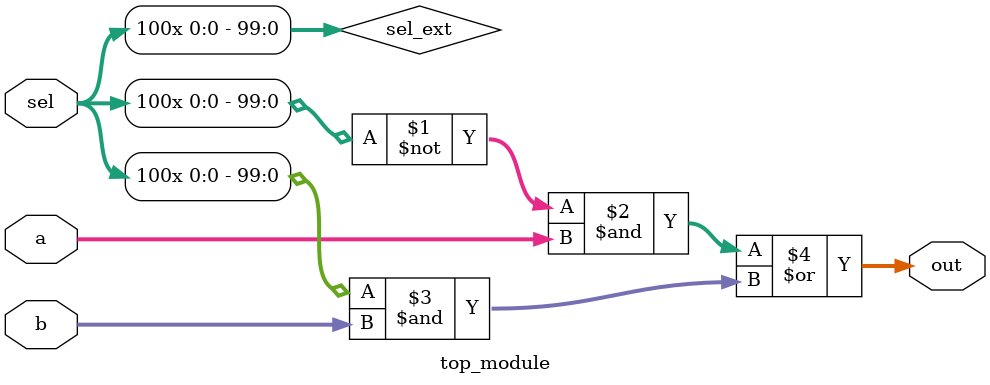
<source format=v>
module top_module(output wire [99:0] out, input wire sel, input wire [99:0] a, b);
    wire [99:0] sel_ext;
    assign sel_ext = {100{sel}};
    assign out = ~sel_ext&a | sel_ext&b;
endmodule


</source>
